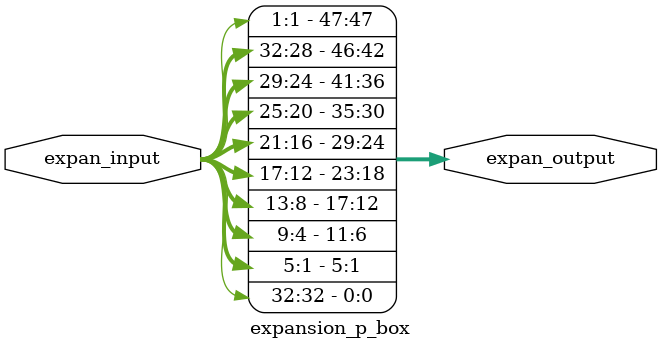
<source format=v>
module expansion_p_box(expan_output, expan_input);

input [32:1] expan_input;
output wire [48:1] expan_output;

assign expan_output[1]= expan_input[32];
assign expan_output[2]= expan_input[1];
assign expan_output[3]= expan_input[2];
assign expan_output[4]= expan_input[3];
assign expan_output[5]= expan_input[4];
assign expan_output[6]= expan_input[5];
assign expan_output[7]= expan_input[4];
assign expan_output[8]= expan_input[5];
assign expan_output[9]= expan_input[6];
assign expan_output[10]= expan_input[7];
assign expan_output[11]= expan_input[8];
assign expan_output[12]= expan_input[9];
assign expan_output[13]= expan_input[8];
assign expan_output[14]= expan_input[9];
assign expan_output[15]= expan_input[10];
assign expan_output[16]= expan_input[11];
assign expan_output[17]= expan_input[12];
assign expan_output[18]= expan_input[13];
assign expan_output[19]= expan_input[12];
assign expan_output[20]= expan_input[13];
assign expan_output[21]= expan_input[14];
assign expan_output[22]= expan_input[15];
assign expan_output[23]= expan_input[16];
assign expan_output[24]= expan_input[17];
assign expan_output[25]= expan_input[16];
assign expan_output[26]= expan_input[17];
assign expan_output[27]= expan_input[18];
assign expan_output[28]= expan_input[19];
assign expan_output[29]= expan_input[20];
assign expan_output[30]= expan_input[21];
assign expan_output[31]= expan_input[20];
assign expan_output[32]= expan_input[21];
assign expan_output[33]= expan_input[22];
assign expan_output[34]= expan_input[23];
assign expan_output[35]= expan_input[24];
assign expan_output[36]= expan_input[25];
assign expan_output[37]= expan_input[24];
assign expan_output[38]= expan_input[25];
assign expan_output[39]= expan_input[26];
assign expan_output[40]= expan_input[27];
assign expan_output[41]= expan_input[28];
assign expan_output[42]= expan_input[29];
assign expan_output[43]= expan_input[28];
assign expan_output[44]= expan_input[29];
assign expan_output[45]= expan_input[30];
assign expan_output[46]= expan_input[31];
assign expan_output[47]= expan_input[32];
assign expan_output[48]= expan_input[1];

endmodule
</source>
